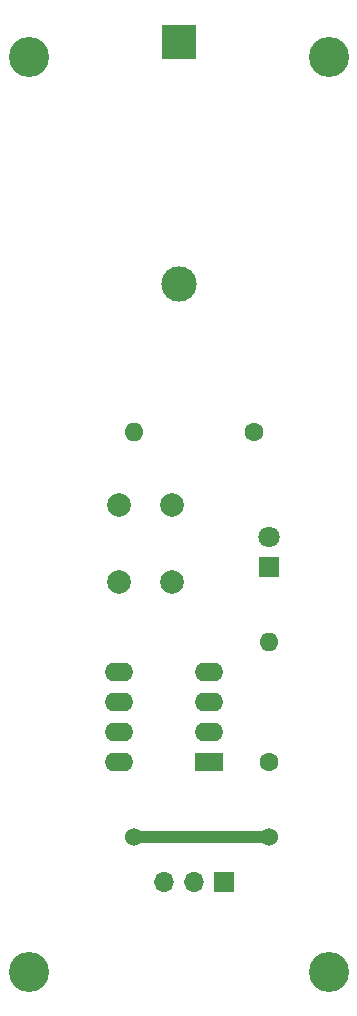
<source format=gbr>
%TF.GenerationSoftware,KiCad,Pcbnew,5.1.9-73d0e3b20d~88~ubuntu20.04.1*%
%TF.CreationDate,2021-01-03T21:09:43+01:00*%
%TF.ProjectId,placa_emisor_attiny_tres,706c6163-615f-4656-9d69-736f725f6174,rev?*%
%TF.SameCoordinates,Original*%
%TF.FileFunction,Copper,L1,Top*%
%TF.FilePolarity,Positive*%
%FSLAX46Y46*%
G04 Gerber Fmt 4.6, Leading zero omitted, Abs format (unit mm)*
G04 Created by KiCad (PCBNEW 5.1.9-73d0e3b20d~88~ubuntu20.04.1) date 2021-01-03 21:09:43*
%MOMM*%
%LPD*%
G01*
G04 APERTURE LIST*
%TA.AperFunction,ComponentPad*%
%ADD10O,1.700000X1.700000*%
%TD*%
%TA.AperFunction,ComponentPad*%
%ADD11R,1.700000X1.700000*%
%TD*%
%TA.AperFunction,ComponentPad*%
%ADD12R,3.000000X3.000000*%
%TD*%
%TA.AperFunction,ComponentPad*%
%ADD13C,3.000000*%
%TD*%
%TA.AperFunction,ComponentPad*%
%ADD14C,1.800000*%
%TD*%
%TA.AperFunction,ComponentPad*%
%ADD15R,1.800000X1.800000*%
%TD*%
%TA.AperFunction,ComponentPad*%
%ADD16C,1.600000*%
%TD*%
%TA.AperFunction,ComponentPad*%
%ADD17O,1.600000X1.600000*%
%TD*%
%TA.AperFunction,ComponentPad*%
%ADD18C,2.000000*%
%TD*%
%TA.AperFunction,ComponentPad*%
%ADD19O,2.400000X1.600000*%
%TD*%
%TA.AperFunction,ComponentPad*%
%ADD20R,2.400000X1.600000*%
%TD*%
%TA.AperFunction,ViaPad*%
%ADD21C,3.400000*%
%TD*%
%TA.AperFunction,ViaPad*%
%ADD22C,1.524000*%
%TD*%
%TA.AperFunction,Conductor*%
%ADD23C,1.000000*%
%TD*%
G04 APERTURE END LIST*
D10*
%TO.P,J1,3*%
%TO.N,GND*%
X140970000Y-146050000D03*
%TO.P,J1,2*%
%TO.N,VCC*%
X143510000Y-146050000D03*
D11*
%TO.P,J1,1*%
%TO.N,/S*%
X146050000Y-146050000D03*
%TD*%
D12*
%TO.P,BT1,1*%
%TO.N,VCC*%
X142240000Y-74930000D03*
D13*
%TO.P,BT1,2*%
%TO.N,GND*%
X142240000Y-95420000D03*
%TD*%
D14*
%TO.P,D1,2*%
%TO.N,Net-(D1-Pad2)*%
X149860000Y-116840000D03*
D15*
%TO.P,D1,1*%
%TO.N,Net-(D1-Pad1)*%
X149860000Y-119380000D03*
%TD*%
D16*
%TO.P,R1,1*%
%TO.N,GND*%
X148590000Y-107950000D03*
D17*
%TO.P,R1,2*%
%TO.N,Net-(R1-Pad2)*%
X138430000Y-107950000D03*
%TD*%
D16*
%TO.P,R2,1*%
%TO.N,GND*%
X149860000Y-135890000D03*
D17*
%TO.P,R2,2*%
%TO.N,Net-(D1-Pad1)*%
X149860000Y-125730000D03*
%TD*%
D18*
%TO.P,SW1,1*%
%TO.N,VCC*%
X137160000Y-114150000D03*
%TO.P,SW1,2*%
%TO.N,Net-(R1-Pad2)*%
X141660000Y-114150000D03*
%TO.P,SW1,1*%
%TO.N,VCC*%
X137160000Y-120650000D03*
%TO.P,SW1,2*%
%TO.N,Net-(R1-Pad2)*%
X141660000Y-120650000D03*
%TD*%
D19*
%TO.P,U1,8*%
%TO.N,VCC*%
X137160000Y-135890000D03*
%TO.P,U1,4*%
%TO.N,GND*%
X144780000Y-128270000D03*
%TO.P,U1,7*%
%TO.N,Net-(D1-Pad2)*%
X137160000Y-133350000D03*
%TO.P,U1,3*%
%TO.N,/S*%
X144780000Y-130810000D03*
%TO.P,U1,6*%
%TO.N,Net-(U1-Pad6)*%
X137160000Y-130810000D03*
%TO.P,U1,2*%
%TO.N,Net-(U1-Pad2)*%
X144780000Y-133350000D03*
%TO.P,U1,5*%
%TO.N,Net-(R1-Pad2)*%
X137160000Y-128270000D03*
D20*
%TO.P,U1,1*%
%TO.N,Net-(U1-Pad1)*%
X144780000Y-135890000D03*
%TD*%
D21*
%TO.N,*%
X129540000Y-76200000D03*
X154940000Y-76200000D03*
X154940000Y-153670000D03*
X129540000Y-153670000D03*
D22*
%TO.N,GND*%
X138430000Y-142240000D03*
X149860000Y-142240000D03*
%TD*%
D23*
%TO.N,GND*%
X138430000Y-142240000D02*
X149860000Y-142240000D01*
%TD*%
M02*

</source>
